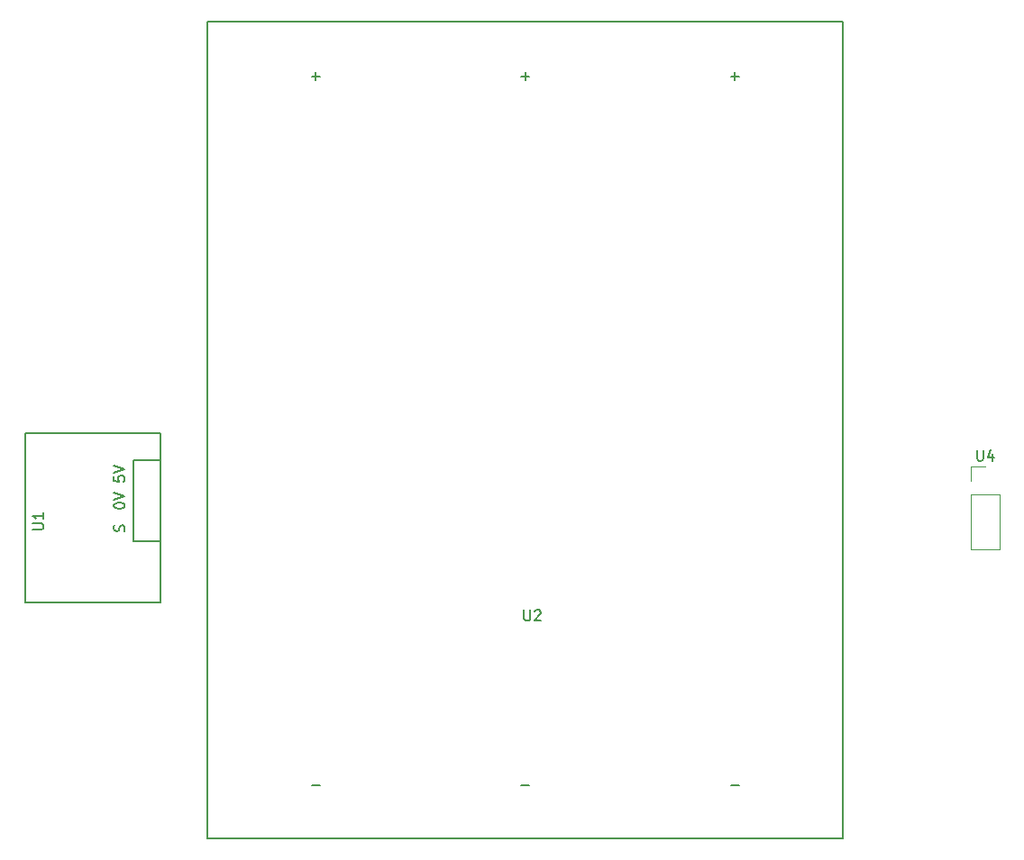
<source format=gto>
G04 #@! TF.GenerationSoftware,KiCad,Pcbnew,(5.1.0)-1*
G04 #@! TF.CreationDate,2019-05-03T22:00:51+02:00*
G04 #@! TF.ProjectId,bigmax_hat,6269676d-6178-45f6-9861-742e6b696361,v1*
G04 #@! TF.SameCoordinates,Original*
G04 #@! TF.FileFunction,Legend,Top*
G04 #@! TF.FilePolarity,Positive*
%FSLAX46Y46*%
G04 Gerber Fmt 4.6, Leading zero omitted, Abs format (unit mm)*
G04 Created by KiCad (PCBNEW (5.1.0)-1) date 2019-05-03 22:00:51*
%MOMM*%
%LPD*%
G04 APERTURE LIST*
%ADD10C,0.150000*%
%ADD11C,0.120000*%
G04 APERTURE END LIST*
D10*
X118110000Y-85725000D02*
X115570000Y-85725000D01*
X115570000Y-85725000D02*
X115570000Y-93345000D01*
X115570000Y-93345000D02*
X118110000Y-93345000D01*
X118110000Y-93345000D02*
X118110000Y-85725000D01*
X118110000Y-99060000D02*
X118110000Y-83185000D01*
X118110000Y-83185000D02*
X105410000Y-83185000D01*
X118110000Y-99060000D02*
X105410000Y-99060000D01*
X105410000Y-99060000D02*
X105410000Y-83185000D01*
X122555000Y-44450000D02*
X182245000Y-44450000D01*
X182245000Y-44450000D02*
X182245000Y-121285000D01*
X182245000Y-121285000D02*
X122555000Y-121285000D01*
X122555000Y-121285000D02*
X122555000Y-44450000D01*
D11*
X194250000Y-86300000D02*
X195580000Y-86300000D01*
X194250000Y-87630000D02*
X194250000Y-86300000D01*
X194250000Y-88900000D02*
X196910000Y-88900000D01*
X196910000Y-88900000D02*
X196910000Y-94040000D01*
X194250000Y-88900000D02*
X194250000Y-94040000D01*
X194250000Y-94040000D02*
X196910000Y-94040000D01*
D10*
X106132380Y-92201904D02*
X106941904Y-92201904D01*
X107037142Y-92154285D01*
X107084761Y-92106666D01*
X107132380Y-92011428D01*
X107132380Y-91820952D01*
X107084761Y-91725714D01*
X107037142Y-91678095D01*
X106941904Y-91630476D01*
X106132380Y-91630476D01*
X107132380Y-90630476D02*
X107132380Y-91201904D01*
X107132380Y-90916190D02*
X106132380Y-90916190D01*
X106275238Y-91011428D01*
X106370476Y-91106666D01*
X106418095Y-91201904D01*
X113752380Y-87185476D02*
X113752380Y-87661666D01*
X114228571Y-87709285D01*
X114180952Y-87661666D01*
X114133333Y-87566428D01*
X114133333Y-87328333D01*
X114180952Y-87233095D01*
X114228571Y-87185476D01*
X114323809Y-87137857D01*
X114561904Y-87137857D01*
X114657142Y-87185476D01*
X114704761Y-87233095D01*
X114752380Y-87328333D01*
X114752380Y-87566428D01*
X114704761Y-87661666D01*
X114657142Y-87709285D01*
X113752380Y-86852142D02*
X114752380Y-86518809D01*
X113752380Y-86185476D01*
X113752380Y-90011190D02*
X113752380Y-89915952D01*
X113800000Y-89820714D01*
X113847619Y-89773095D01*
X113942857Y-89725476D01*
X114133333Y-89677857D01*
X114371428Y-89677857D01*
X114561904Y-89725476D01*
X114657142Y-89773095D01*
X114704761Y-89820714D01*
X114752380Y-89915952D01*
X114752380Y-90011190D01*
X114704761Y-90106428D01*
X114657142Y-90154047D01*
X114561904Y-90201666D01*
X114371428Y-90249285D01*
X114133333Y-90249285D01*
X113942857Y-90201666D01*
X113847619Y-90154047D01*
X113800000Y-90106428D01*
X113752380Y-90011190D01*
X113752380Y-89392142D02*
X114752380Y-89058809D01*
X113752380Y-88725476D01*
X114704761Y-92360714D02*
X114752380Y-92217857D01*
X114752380Y-91979761D01*
X114704761Y-91884523D01*
X114657142Y-91836904D01*
X114561904Y-91789285D01*
X114466666Y-91789285D01*
X114371428Y-91836904D01*
X114323809Y-91884523D01*
X114276190Y-91979761D01*
X114228571Y-92170238D01*
X114180952Y-92265476D01*
X114133333Y-92313095D01*
X114038095Y-92360714D01*
X113942857Y-92360714D01*
X113847619Y-92313095D01*
X113800000Y-92265476D01*
X113752380Y-92170238D01*
X113752380Y-91932142D01*
X113800000Y-91789285D01*
X152273095Y-99782380D02*
X152273095Y-100591904D01*
X152320714Y-100687142D01*
X152368333Y-100734761D01*
X152463571Y-100782380D01*
X152654047Y-100782380D01*
X152749285Y-100734761D01*
X152796904Y-100687142D01*
X152844523Y-100591904D01*
X152844523Y-99782380D01*
X153273095Y-99877619D02*
X153320714Y-99830000D01*
X153415952Y-99782380D01*
X153654047Y-99782380D01*
X153749285Y-99830000D01*
X153796904Y-99877619D01*
X153844523Y-99972857D01*
X153844523Y-100068095D01*
X153796904Y-100210952D01*
X153225476Y-100782380D01*
X153844523Y-100782380D01*
X132334047Y-49601428D02*
X133095952Y-49601428D01*
X132715000Y-49982380D02*
X132715000Y-49220476D01*
X152019047Y-49601428D02*
X152780952Y-49601428D01*
X152400000Y-49982380D02*
X152400000Y-49220476D01*
X171704047Y-49601428D02*
X172465952Y-49601428D01*
X172085000Y-49982380D02*
X172085000Y-49220476D01*
X132334047Y-116276428D02*
X133095952Y-116276428D01*
X152019047Y-116276428D02*
X152780952Y-116276428D01*
X171704047Y-116276428D02*
X172465952Y-116276428D01*
X194818095Y-84752380D02*
X194818095Y-85561904D01*
X194865714Y-85657142D01*
X194913333Y-85704761D01*
X195008571Y-85752380D01*
X195199047Y-85752380D01*
X195294285Y-85704761D01*
X195341904Y-85657142D01*
X195389523Y-85561904D01*
X195389523Y-84752380D01*
X196294285Y-85085714D02*
X196294285Y-85752380D01*
X196056190Y-84704761D02*
X195818095Y-85419047D01*
X196437142Y-85419047D01*
M02*

</source>
